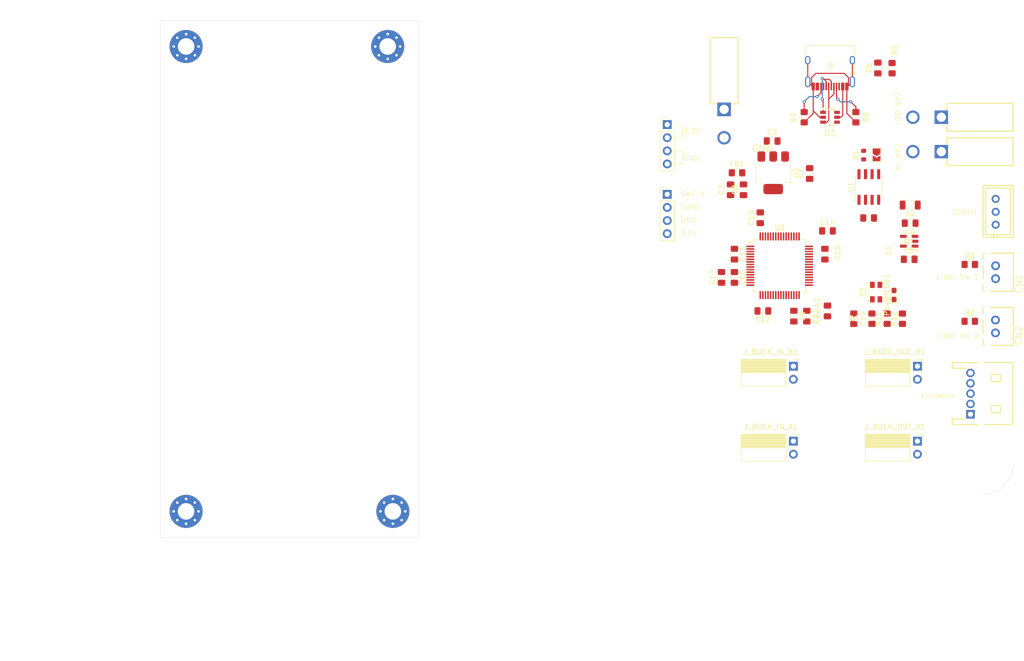
<source format=kicad_pcb>
(kicad_pcb (version 20241229) (generator "pcbnew") (generator_version "9.0")
  (layers (0 "F.Cu" signal) (4 "In1.Cu" signal) (6 "In2.Cu" signal) (2 "B.Cu" signal) (13 "F.Paste" user) (15 "B.Paste" user) (5 "F.SilkS" user "F.Silkscreen") (7 "B.SilkS" user "B.Silkscreen") (1 "F.Mask" user) (3 "B.Mask" user) (25 "Edge.Cuts" user))
  (net 0 "")
  (net 1 "VCC")
  (net 2 "GND")
  (net 3 "+3.3V")
  (net 4 "Servo_VCC")
  (net 5 "Net-(C6-Pad2)")
  (net 6 "/MCU/NRST")
  (net 7 "Net-(U3-VCAP_1)")
  (net 8 "Net-(U3-VCAP_2)")
  (net 9 "Limit_Switch_A")
  (net 10 "Limit_Switch_B")
  (net 11 "/MCU/D-")
  (net 12 "Net-(J1-CC1)")
  (net 13 "+5V")
  (net 14 "Net-(J1-CC2)")
  (net 15 "/MCU/D+")
  (net 18 "Net-(JP1-A)")
  (net 19 "/CANL")
  (net 20 "Current_Sensor_Output")
  (net 21 "/CANH")
  (net 22 "/MCU/BOOT0")
  (net 23 "CAN_R")
  (net 24 "CAN_RS")
  (net 26 "CAN_D")
  (net 39 "/MCU/UART_DEBUG_RX")
  (net 40 "ENCODER_B")
  (net 44 "/MCU/UART_DEBUG_TX")
  (net 54 "ENCODER_A")
  (net 62 "/VBAT")
  (net 63 "Servo_Signal")
  (net 64 "/MCU/pb3")
  (net 65 "/MCU/pb0")
  (net 66 "/MCU/pb4")
  (net 67 "/MCU/pb2")
  (net 68 "/MCU/pb1")
  (net 70 "Net-(D3-DIN)")
  (net 71 "Net-(PowerLED1-A)")
  (net 72 "/MCU/RGB_DATA")
  (net 75 "/MCU/SWDIO")
  (net 77 "/MCU/SWCLK")
  (footprint "Capacitor_SMD:C_0805_2012Metric_Pad1.18x1.45mm_HandSolder" (layer "F.Cu") (at 244.575 81.2 -90)
    (property "Reference" "C10" (at -0.261252 -2.5 90) (layer "F.SilkS"))
    (property "Value" "2.2u" (hide yes))
    (pad "1" smd roundrect (at -1.0375 0 270) (size 1.175 1.45) (layers "F.Cu" "F.Mask" "F.Paste") (roundrect_rratio 0.212766) (net 8 "Net-(U3-VCAP_2)"))
    (pad "2" smd roundrect (at 1.0375 0 270) (size 1.175 1.45) (layers "F.Cu" "F.Mask" "F.Paste") (roundrect_rratio 0.212766) (net 2 "GND"))
  )
  (footprint "Capacitor_SMD:C_0805_2012Metric_Pad1.18x1.45mm_HandSolder" (layer "F.Cu") (at 245.075 76.7)
    (property "Reference" "C14" (at 0 -1.68 0) (layer "F.SilkS"))
    (property "Value" "100nf")
    (pad "1" smd roundrect (at -1.0375 0) (size 1.175 1.45) (layers "F.Cu" "F.Mask" "F.Paste") (roundrect_rratio 0.212766) (net 3 "+3.3V"))
    (pad "2" smd roundrect (at 1.0375 0) (size 1.175 1.45) (layers "F.Cu" "F.Mask" "F.Paste") (roundrect_rratio 0.212766) (net 2 "GND"))
  )
  (footprint "Capacitor_SMD:C_0805_2012Metric_Pad1.18x1.45mm_HandSolder" (layer "F.Cu") (at 260.8875 82.2)
    (property "Reference" "C5" (at 0 -1.68 0) (layer "F.SilkS"))
    (property "Value" "100nF")
    (pad "1" smd roundrect (at -1.0375 0) (size 1.175 1.45) (layers "F.Cu" "F.Mask" "F.Paste") (roundrect_rratio 0.212766) (net 3 "+3.3V"))
    (pad "2" smd roundrect (at 1.0375 0) (size 1.175 1.45) (layers "F.Cu" "F.Mask" "F.Paste") (roundrect_rratio 0.212766) (net 2 "GND"))
  )
  (footprint "Resistor_SMD:R_0805_2012Metric_Pad1.20x1.40mm_HandSolder" (layer "F.Cu") (at 250.175 93.7 90)
    (property "Reference" "R6" (at 0 0 0) (layer "F.SilkS"))
    (property "Value" "100k" (hide yes))
    (pad "1" smd roundrect (at -1 0 90) (size 1.2 1.4) (layers "F.Cu" "F.Mask" "F.Paste") (roundrect_rratio 0.208333) (net 2 "GND"))
    (pad "2" smd roundrect (at 1 0 90) (size 1.2 1.4) (layers "F.Cu" "F.Mask" "F.Paste") (roundrect_rratio 0.208333) (net 22 "/MCU/BOOT0"))
  )
  (footprint "Resistor_SMD:R_0603_1608Metric" (layer "F.Cu") (at 252.075 62.025 90)
    (property "Reference" "R1" (at 0 -1.43 90) (layer "F.SilkS"))
    (property "Value" "120R" (hide yes))
    (pad "1" smd roundrect (at -0.825 0 90) (size 0.8 0.95) (layers "F.Cu" "F.Mask" "F.Paste") (net 21 "/CANH"))
    (pad "2" smd roundrect (at 0.825 0 90) (size 0.8 0.95) (layers "F.Cu" "F.Mask" "F.Paste") (net 18 "Net-(JP1-A)"))
  )
  (footprint "Resistor_SMD:R_0805_2012Metric_Pad1.20x1.40mm_HandSolder" (layer "F.Cu") (at 272.5985 94.2)
    (property "Reference" "R2" (at 0 -1.65 0) (layer "F.SilkS"))
    (property "Value" "10K" (hide yes))
    (pad "1" smd roundrect (at -1 0) (size 1.2 1.4) (layers "F.Cu" "F.Mask" "F.Paste") (roundrect_rratio 0.208333) (net 2 "GND"))
    (pad "2" smd roundrect (at 1 0) (size 1.2 1.4) (layers "F.Cu" "F.Mask" "F.Paste") (roundrect_rratio 0.208333) (net 10 "Limit_Switch_B"))
  )
  (footprint "Connector_PinHeader_2.54mm:PinHeader_1x04_P2.54mm_Vertical" (layer "F.Cu") (at 214.075 56.12)
    (property "Reference" "J2" (hide yes))
    (property "Value" "Conn_01x04_Pin" (hide yes))
    (pad "1" thru_hole rect (at 0 0) (size 1.7 1.7) (drill 1) (layers "*.Cu" "*.Mask") (net 3 "+3.3V"))
    (pad "2" thru_hole circle (at 0 2.54) (size 1.7 1.7) (drill 1) (layers "*.Cu" "*.Mask") (net 3 "+3.3V"))
    (pad "3" thru_hole circle (at 0 5.08) (size 1.7 1.7) (drill 1) (layers "*.Cu" "*.Mask") (net 2 "GND"))
    (pad "4" thru_hole circle (at 0 7.62) (size 1.7 1.7) (drill 1) (layers "*.Cu" "*.Mask") (net 2 "GND"))
  )
  (footprint "Resistor_SMD:R_1206_3216Metric" (layer "F.Cu") (at 261.075 71.7 180)
    (property "Reference" "R4" (at 0 -1.83 0) (layer "F.SilkS"))
    (property "Value" "0.015Ohm" (hide yes))
    (pad "1" smd roundrect (at -1.4625 0 180) (size 1.125 1.75) (layers "F.Cu" "F.Mask" "F.Paste") (roundrect_rratio 0.222222) (net 13 "+5V"))
    (pad "2" smd roundrect (at 1.4625 0 180) (size 1.125 1.75) (layers "F.Cu" "F.Mask" "F.Paste") (roundrect_rratio 0.222222) (net 4 "Servo_VCC"))
  )
  (footprint "Capacitor_SMD:C_0805_2012Metric_Pad1.18x1.45mm_HandSolder" (layer "F.Cu") (at 228.825 68.7375 90)
    (property "Reference" "C8" (at 0 -1.68 90) (layer "F.SilkS"))
    (property "Value" "100nf" (hide yes))
    (pad "1" smd roundrect (at -1.0375 0 90) (size 1.175 1.45) (layers "F.Cu" "F.Mask" "F.Paste") (roundrect_rratio 0.212766) (net 2 "GND"))
    (pad "2" smd roundrect (at 1.0375 0 90) (size 1.175 1.45) (layers "F.Cu" "F.Mask" "F.Paste") (roundrect_rratio 0.212766) (net 3 "+3.3V"))
  )
  (footprint "Resistor_SMD:R_0805_2012Metric_Pad1.20x1.40mm_HandSolder" (layer "F.Cu") (at 240.575 54.7 -90)
    (property "Reference" "R7" (at 0 2 90) (layer "F.SilkS"))
    (property "Value" "5.1k" (hide yes))
    (pad "1" smd roundrect (at -1 0 270) (size 1.2 1.4) (layers "F.Cu" "F.Mask" "F.Paste") (roundrect_rratio 0.208333) (net 14 "Net-(J1-CC2)"))
    (pad "2" smd roundrect (at 1 0 270) (size 1.2 1.4) (layers "F.Cu" "F.Mask" "F.Paste") (roundrect_rratio 0.208333) (net 2 "GND"))
  )
  (footprint "custom footprints:MOLEX 26013114" (layer "F.Cu") (at 264.34905 54.70005 90)
    (property "Reference" "CN8" (hide yes))
    (property "Value" "MOLEX_CAN_OUT" (hide yes))
    (pad "" np_thru_hole circle (at 0 10.05 90) (size 3 3) (drill 3) (layers "*.Cu" "*.Mask"))
    (pad "1" thru_hole rect (at 0 2.7501 90) (size 2.6 2.6) (drill 1.8) (layers "*.Cu" "*.Mask") (net 21 "/CANH"))
    (pad "2" thru_hole oval (at 0 -2.7501 90) (size 2.6 2.6) (drill 1.8) (layers "*.Cu" "*.Mask") (net 19 "/CANL"))
  )
  (footprint "Capacitor_SMD:C_0805_2012Metric_Pad1.18x1.45mm_HandSolder" (layer "F.Cu") (at 261.075 75.2 180)
    (property "Reference" "C4" (at 0 -1.68 0) (layer "F.SilkS"))
    (property "Value" "100nF")
    (pad "1" smd roundrect (at -1.0375 0 180) (size 1.175 1.45) (layers "F.Cu" "F.Mask" "F.Paste") (roundrect_rratio 0.212766) (net 13 "+5V"))
    (pad "2" smd roundrect (at 1.0375 0 180) (size 1.175 1.45) (layers "F.Cu" "F.Mask" "F.Paste") (roundrect_rratio 0.212766) (net 4 "Servo_VCC"))
  )
  (footprint "MountingHole:MountingHole_3.2mm_M3_Pad_Via" (layer "F.Cu") (at 160 41)
    (property "Reference" "REF**" (hide yes))
    (property "Value" "MountingHole_3.2mm_M3_Pad_Via")
    (pad "1" thru_hole circle (at -2.4 0) (size 0.8 0.8) (drill 0.5) (layers "*.Cu" "*.Mask"))
    (pad "1" thru_hole circle (at -1.697056 -1.697056) (size 0.8 0.8) (drill 0.5) (layers "*.Cu" "*.Mask"))
    (pad "1" thru_hole circle (at -1.697056 1.697056) (size 0.8 0.8) (drill 0.5) (layers "*.Cu" "*.Mask"))
    (pad "1" thru_hole circle (at 0 -2.4) (size 0.8 0.8) (drill 0.5) (layers "*.Cu" "*.Mask"))
    (pad "1" thru_hole circle (at 0 0) (size 6.4 6.4) (drill 3.2) (layers "*.Cu" "*.Mask"))
    (pad "1" thru_hole circle (at 0 2.4) (size 0.8 0.8) (drill 0.5) (layers "*.Cu" "*.Mask"))
    (pad "1" thru_hole circle (at 1.697056 -1.697056) (size 0.8 0.8) (drill 0.5) (layers "*.Cu" "*.Mask"))
    (pad "1" thru_hole circle (at 1.697056 1.697056) (size 0.8 0.8) (drill 0.5) (layers "*.Cu" "*.Mask"))
    (pad "1" thru_hole circle (at 2.4 0) (size 0.8 0.8) (drill 0.5) (layers "*.Cu" "*.Mask"))
  )
  (footprint "Resistor_SMD:R_0805_2012Metric_Pad1.20x1.40mm_HandSolder" (layer "F.Cu") (at 272.5985 83.2)
    (property "Reference" "R3" (at 0 -1.65 0) (layer "F.SilkS"))
    (property "Value" "10K" (hide yes))
    (pad "1" smd roundrect (at -1 0) (size 1.2 1.4) (layers "F.Cu" "F.Mask" "F.Paste") (roundrect_rratio 0.208333) (net 2 "GND"))
    (pad "2" smd roundrect (at 1 0) (size 1.2 1.4) (layers "F.Cu" "F.Mask" "F.Paste") (roundrect_rratio 0.208333) (net 9 "Limit_Switch_A"))
  )
  (footprint "Package_QFP:LQFP-64_10x10mm_P0.5mm" (layer "F.Cu") (at 235.825 83.45)
    (property "Reference" "U3" (at 0 -7.4 0) (layer "F.SilkS"))
    (property "Value" "STM32F405RGTx")
    (pad "1" smd roundrect (at -5.675 -3.75) (size 1.55 0.3) (layers "F.Cu" "F.Mask" "F.Paste") (net 3 "+3.3V"))
    (pad "2" smd roundrect (at -5.675 -3.25) (size 1.55 0.3) (layers "F.Cu" "F.Mask" "F.Paste"))
    (pad "3" smd roundrect (at -5.675 -2.75) (size 1.55 0.3) (layers "F.Cu" "F.Mask" "F.Paste"))
    (pad "4" smd roundrect (at -5.675 -2.25) (size 1.55 0.3) (layers "F.Cu" "F.Mask" "F.Paste"))
    (pad "5" smd roundrect (at -5.675 -1.75) (size 1.55 0.3) (layers "F.Cu" "F.Mask" "F.Paste"))
    (pad "6" smd roundrect (at -5.675 -1.25) (size 1.55 0.3) (layers "F.Cu" "F.Mask" "F.Paste"))
    (pad "7" smd roundrect (at -5.675 -0.75) (size 1.55 0.3) (layers "F.Cu" "F.Mask" "F.Paste") (net 6 "/MCU/NRST"))
    (pad "8" smd roundrect (at -5.675 -0.25) (size 1.55 0.3) (layers "F.Cu" "F.Mask" "F.Paste"))
    (pad "9" smd roundrect (at -5.675 0.25) (size 1.55 0.3) (layers "F.Cu" "F.Mask" "F.Paste"))
    (pad "10" smd roundrect (at -5.675 0.75) (size 1.55 0.3) (layers "F.Cu" "F.Mask" "F.Paste"))
    (pad "11" smd roundrect (at -5.675 1.25) (size 1.55 0.3) (layers "F.Cu" "F.Mask" "F.Paste"))
    (pad "12" smd roundrect (at -5.675 1.75) (size 1.55 0.3) (layers "F.Cu" "F.Mask" "F.Paste") (net 2 "GND"))
    (pad "13" smd roundrect (at -5.675 2.25) (size 1.55 0.3) (layers "F.Cu" "F.Mask" "F.Paste") (net 3 "+3.3V"))
    (pad "14" smd roundrect (at -5.675 2.75) (size 1.55 0.3) (layers "F.Cu" "F.Mask" "F.Paste") (net 54 "ENCODER_A"))
    (pad "15" smd roundrect (at -5.675 3.25) (size 1.55 0.3) (layers "F.Cu" "F.Mask" "F.Paste") (net 40 "ENCODER_B"))
    (pad "16" smd roundrect (at -5.675 3.75) (size 1.55 0.3) (layers "F.Cu" "F.Mask" "F.Paste"))
    (pad "17" smd roundrect (at -3.75 5.675) (size 0.3 1.55) (layers "F.Cu" "F.Mask" "F.Paste") (net 20 "Current_Sensor_Output"))
    (pad "18" smd roundrect (at -3.25 5.675) (size 0.3 1.55) (layers "F.Cu" "F.Mask" "F.Paste") (net 2 "GND"))
    (pad "19" smd roundrect (at -2.75 5.675) (size 0.3 1.55) (layers "F.Cu" "F.Mask" "F.Paste") (net 3 "+3.3V"))
    (pad "20" smd roundrect (at -2.25 5.675) (size 0.3 1.55) (layers "F.Cu" "F.Mask" "F.Paste"))
    (pad "21" smd roundrect (at -1.75 5.675) (size 0.3 1.55) (layers "F.Cu" "F.Mask" "F.Paste") (net 24 "CAN_RS"))
    (pad "22" smd roundrect (at -1.25 5.675) (size 0.3 1.55) (layers "F.Cu" "F.Mask" "F.Paste"))
    (pad "23" smd roundrect (at -0.75 5.675) (size 0.3 1.55) (layers "F.Cu" "F.Mask" "F.Paste") (net 63 "Servo_Signal"))
    (pad "24" smd roundrect (at -0.25 5.675) (size 0.3 1.55) (layers "F.Cu" "F.Mask" "F.Paste") (net 72 "/MCU/RGB_DATA"))
    (pad "25" smd roundrect (at 0.25 5.675) (size 0.3 1.55) (layers "F.Cu" "F.Mask" "F.Paste"))
    (pad "26" smd roundrect (at 0.75 5.675) (size 0.3 1.55) (layers "F.Cu" "F.Mask" "F.Paste") (net 65 "/MCU/pb0"))
    (pad "27" smd roundrect (at 1.25 5.675) (size 0.3 1.55) (layers "F.Cu" "F.Mask" "F.Paste") (net 68 "/MCU/pb1"))
    (pad "28" smd roundrect (at 1.75 5.675) (size 0.3 1.55) (layers "F.Cu" "F.Mask" "F.Paste") (net 67 "/MCU/pb2"))
    (pad "29" smd roundrect (at 2.25 5.675) (size 0.3 1.55) (layers "F.Cu" "F.Mask" "F.Paste"))
    (pad "30" smd roundrect (at 2.75 5.675) (size 0.3 1.55) (layers "F.Cu" "F.Mask" "F.Paste"))
    (pad "31" smd roundrect (at 3.25 5.675) (size 0.3 1.55) (layers "F.Cu" "F.Mask" "F.Paste") (net 7 "Net-(U3-VCAP_1)"))
    (pad "32" smd roundrect (at 3.75 5.675) (size 0.3 1.55) (layers "F.Cu" "F.Mask" "F.Paste") (net 3 "+3.3V"))
    (pad "33" smd roundrect (at 5.675 3.75) (size 1.55 0.3) (layers "F.Cu" "F.Mask" "F.Paste") (net 23 "CAN_R"))
    (pad "34" smd roundrect (at 5.675 3.25) (size 1.55 0.3) (layers "F.Cu" "F.Mask" "F.Paste") (net 26 "CAN_D"))
    (pad "35" smd roundrect (at 5.675 2.75) (size 1.55 0.3) (layers "F.Cu" "F.Mask" "F.Paste"))
    (pad "36" smd roundrect (at 5.675 2.25) (size 1.55 0.3) (layers "F.Cu" "F.Mask" "F.Paste"))
    (pad "37" smd roundrect (at 5.675 1.75) (size 1.55 0.3) (layers "F.Cu" "F.Mask" "F.Paste"))
    (pad "38" smd roundrect (at 5.675 1.25) (size 1.55 0.3) (layers "F.Cu" "F.Mask" "F.Paste"))
    (pad "39" smd roundrect (at 5.675 0.75) (size 1.55 0.3) (layers "F.Cu" "F.Mask" "F.Paste"))
    (pad "40" smd roundrect (at 5.675 0.25) (size 1.55 0.3) (layers "F.Cu" "F.Mask" "F.Paste"))
    (pad "41" smd roundrect (at 5.675 -0.25) (size 1.55 0.3) (layers "F.Cu" "F.Mask" "F.Paste"))
    (pad "42" smd roundrect (at 5.675 -0.75) (size 1.55 0.3) (layers "F.Cu" "F.Mask" "F.Paste"))
    (pad "43" smd roundrect (at 5.675 -1.25) (size 1.55 0.3) (layers "F.Cu" "F.Mask" "F.Paste") (net 13 "+5V"))
    (pad "44" smd roundrect (at 5.675 -1.75) (size 1.55 0.3) (layers "F.Cu" "F.Mask" "F.Paste") (net 11 "/MCU/D-"))
    (pad "45" smd roundrect (at 5.675 -2.25) (size 1.55 0.3) (layers "F.Cu" "F.Mask" "F.Paste") (net 15 "/MCU/D+"))
    (pad "46" smd roundrect (at 5.675 -2.75) (size 1.55 0.3) (layers "F.Cu" "F.Mask" "F.Paste") (net 75 "/MCU/SWDIO"))
    (pad "47" smd roundrect (at 5.675 -3.25) (size 1.55 0.3) (layers "F.Cu" "F.Mask" "F.Paste") (net 8 "Net-(U3-VCAP_2)"))
    (pad "48" smd roundrect (at 5.675 -3.75) (size 1.55 0.3) (layers "F.Cu" "F.Mask" "F.Paste") (net 3 "+3.3V"))
    (pad "49" smd roundrect (at 3.75 -5.675) (size 0.3 1.55) (layers "F.Cu" "F.Mask" "F.Paste") (net 77 "/MCU/SWCLK"))
    (pad "50" smd roundrect (at 3.25 -5.675) (size 0.3 1.55) (layers "F.Cu" "F.Mask" "F.Paste"))
    (pad "51" smd roundrect (at 2.75 -5.675) (size 0.3 1.55) (layers "F.Cu" "F.Mask" "F.Paste"))
    (pad "52" smd roundrect (at 2.25 -5.675) (size 0.3 1.55) (layers "F.Cu" "F.Mask" "F.Paste"))
    (pad "53" smd roundrect (at 1.75 -5.675) (size 0.3 1.55) (layers "F.Cu" "F.Mask" "F.Paste") (net 44 "/MCU/UART_DEBUG_TX"))
    (pad "54" smd roundrect (at 1.25 -5.675) (size 0.3 1.55) (layers "F.Cu" "F.Mask" "F.Paste") (net 39 "/MCU/UART_DEBUG_RX"))
    (pad "55" smd roundrect (at 0.75 -5.675) (size 0.3 1.55) (layers "F.Cu" "F.Mask" "F.Paste") (net 64 "/MCU/pb3"))
    (pad "56" smd roundrect (at 0.25 -5.675) (size 0.3 1.55) (layers "F.Cu" "F.Mask" "F.Paste") (net 66 "/MCU/pb4"))
    (pad "57" smd roundrect (at -0.25 -5.675) (size 0.3 1.55) (layers "F.Cu" "F.Mask" "F.Paste"))
    (pad "58" smd roundrect (at -0.75 -5.675) (size 0.3 1.55) (layers "F.Cu" "F.Mask" "F.Paste"))
    (pad "59" smd roundrect (at -1.25 -5.675) (size 0.3 1.55) (layers "F.Cu" "F.Mask" "F.Paste"))
    (pad "60" smd roundrect (at -1.75 -5.675) (size 0.3 1.55) (layers "F.Cu" "F.Mask" "F.Paste") (net 22 "/MCU/BOOT0"))
    (pad "61" smd roundrect (at -2.25 -5.675) (size 0.3 1.55) (layers "F.Cu" "F.Mask" "F.Paste"))
    (pad "62" smd roundrect (at -2.75 -5.675) (size 0.3 1.55) (layers "F.Cu" "F.Mask" "F.Paste"))
    (pad "63" smd roundrect (at -3.25 -5.675) (size 0.3 1.55) (layers "F.Cu" "F.Mask" "F.Paste") (net 2 "GND"))
    (pad "64" smd roundrect (at -3.75 -5.675) (size 0.3 1.55) (layers "F.Cu" "F.Mask" "F.Paste") (net 3 "+3.3V"))
  )
  (footprint "Resistor_SMD:R_0805_2012Metric_Pad1.20x1.40mm_HandSolder" (layer "F.Cu") (at 253.675 93.7 90)
    (property "Reference" "C19" (at 0 -1.65 90) (layer "F.SilkS"))
    (property "Value" "100nf")
    (pad "1" smd roundrect (at -1 0 90) (size 1.2 1.4) (layers "F.Cu" "F.Mask" "F.Paste") (roundrect_rratio 0.208333) (net 2 "GND"))
    (pad "2" smd roundrect (at 1 0 90) (size 1.2 1.4) (layers "F.Cu" "F.Mask" "F.Paste") (roundrect_rratio 0.208333) (net 13 "+5V"))
  )
  (footprint "Capacitor_SMD:C_0805_2012Metric_Pad1.18x1.45mm_HandSolder" (layer "F.Cu") (at 226.325 68.7375 90)
    (property "Reference" "C7" (at 0 -1.68 90) (layer "F.SilkS"))
    (property "Value" "1u" (hide yes))
    (pad "1" smd roundrect (at -1.0375 0 90) (size 1.175 1.45) (layers "F.Cu" "F.Mask" "F.Paste") (roundrect_rratio 0.212766) (net 2 "GND"))
    (pad "2" smd roundrect (at 1.0375 0 90) (size 1.175 1.45) (layers "F.Cu" "F.Mask" "F.Paste") (roundrect_rratio 0.212766) (net 3 "+3.3V"))
  )
  (footprint "Capacitor_SMD:C_0805_2012Metric_Pad1.18x1.45mm_HandSolder" (layer "F.Cu") (at 241.625 65.5875 90)
    (property "Reference" "C2" (at 0 -1.68 90) (layer "F.SilkS"))
    (property "Value" "100nF")
    (pad "1" smd roundrect (at -1.0375 0 90) (size 1.175 1.45) (layers "F.Cu" "F.Mask" "F.Paste") (roundrect_rratio 0.212766) (net 3 "+3.3V"))
    (pad "2" smd roundrect (at 1.0375 0 90) (size 1.175 1.45) (layers "F.Cu" "F.Mask" "F.Paste") (roundrect_rratio 0.212766) (net 2 "GND"))
  )
  (footprint "custom footprints:JST B2B-XH-A(LF)(SN)" (layer "F.Cu") (at 277.575 95.2 -90)
    (property "Reference" "CN2" (at 1.7499 -4.5 90) (layer "F.SilkS") (effects (font (size 1.27 1.27))))
    (property "Value" "Limit Switch Connector 2" (hide yes))
    (pad "1" thru_hole oval (at 1.2499 0 90) (size 1.7 1.7) (drill 1) (layers "*.Cu" "*.Mask") (net 3 "+3.3V"))
    (pad "2" thru_hole oval (at -1.2499 0 90) (size 1.7 1.7) (drill 1) (layers "*.Cu" "*.Mask") (net 10 "Limit_Switch_B"))
  )
  (footprint "Capacitor_SMD:C_0805_2012Metric_Pad1.18x1.45mm_HandSolder" (layer "F.Cu") (at 227.075 85.7 90)
    (property "Reference" "C16" (at -0.0375 1.5 90) (layer "F.SilkS"))
    (property "Value" "1u")
    (pad "1" smd roundrect (at -1.0375 0 90) (size 1.175 1.45) (layers "F.Cu" "F.Mask" "F.Paste") (roundrect_rratio 0.212766) (net 3 "+3.3V"))
    (pad "2" smd roundrect (at 1.0375 0 90) (size 1.175 1.45) (layers "F.Cu" "F.Mask" "F.Paste") (roundrect_rratio 0.212766) (net 2 "GND"))
  )
  (footprint "custom footprints:CONN-TH_3P-P2.50_A2501WV2-3P" (layer "F.Cu") (at 277.6159 73.0066 90)
    (property "Reference" "CN5" (hide yes))
    (property "Value" "XY-B3B-XH-A")
    (pad "1" thru_hole oval (at -2.5 0 270) (size 1.55 1.55) (drill 0.9) (layers "*.Cu" "*.Mask") (net 2 "GND"))
    (pad "2" thru_hole oval (at 0.0001 0 270) (size 1.55 1.55) (drill 0.9) (layers "*.Cu" "*.Mask") (net 4 "Servo_VCC"))
    (pad "3" thru_hole oval (at 2.5 0 270) (size 1.55 1.55) (drill 0.9) (layers "*.Cu" "*.Mask") (net 63 "Servo_Signal"))
  )
  (footprint "Capacitor_SMD:C_0805_2012Metric_Pad1.18x1.45mm_HandSolder" (layer "F.Cu") (at 253.0375 74.2 180)
    (property "Reference" "C1" (at -3.78 -6.3125 90) (layer "F.SilkS"))
    (property "Value" "100nF")
    (pad "1" smd roundrect (at -1.0375 0 180) (size 1.175 1.45) (layers "F.Cu" "F.Mask" "F.Paste") (roundrect_rratio 0.212766) (net 3 "+3.3V"))
    (pad "2" smd roundrect (at 1.0375 0 180) (size 1.175 1.45) (layers "F.Cu" "F.Mask" "F.Paste") (roundrect_rratio 0.212766) (net 2 "GND"))
  )
  (footprint "custom footprints:CONN-TH_S05B-PASK-2-LF-SN" (layer "F.Cu") (at 272.74005 108.2001 90)
    (property "Reference" "CN3" (hide yes))
    (property "Value" "Encoder Connector" (hide yes))
    (pad "" np_thru_hole circle (at -5.4999 2.1001 90) (size 1.2 1.2) (drill 1.2) (layers "*.Cu" "*.Mask"))
    (pad "" np_thru_hole circle (at 5.5001 2.1001 90) (size 1.2 1.2) (drill 1.2) (layers "*.Cu" "*.Mask"))
    (pad "1" thru_hole rect (at -4 0 270) (size 1.65 1.65) (drill 1) (layers "*.Cu" "*.Mask") (net 3 "+3.3V"))
    (pad "2" thru_hole oval (at -2 0 270) (size 1.65 1.65) (drill 1) (layers "*.Cu" "*.Mask") (net 2 "GND"))
    (pad "3" thru_hole oval (at 0 0 270) (size 1.65 1.65) (drill 1) (layers "*.Cu" "*.Mask") (net 54 "ENCODER_A"))
    (pad "4" thru_hole oval (at 2 0 270) (size 1.65 1.65) (drill 1) (layers "*.Cu" "*.Mask") (net 40 "ENCODER_B"))
    (pad "5" thru_hole oval (at 4 0 270) (size 1.65 1.65) (drill 1) (layers "*.Cu" "*.Mask"))
  )
  (footprint "custom footprints:MOLEX 26013114" (layer "F.Cu") (at 225.07505 55.92595 180)
    (property "Reference" "CN6" (at -7.29995 -4.7601 0) (layer "F.SilkS") (effects (font (size 1.27 1.27))))
    (property "Value" "MOLEX_26013114")
    (pad "" np_thru_hole circle (at 0 10.05 180) (size 3 3) (drill 3) (layers "*.Cu" "*.Mask"))
    (pad "1" thru_hole rect (at 0 2.7501 180) (size 2.6 2.6) (drill 1.8) (layers "*.Cu" "*.Mask") (net 2 "GND"))
    (pad "2" thru_hole oval (at 0 -2.7501 180) (size 2.6 2.6) (drill 1.8) (layers "*.Cu" "*.Mask") (net 1 "VCC"))
  )
  (footprint "Capacitor_SMD:C_0805_2012Metric_Pad1.18x1.45mm_HandSolder" (layer "F.Cu") (at 232.075 74.1625 90)
    (property "Reference" "C15" (at 0 -1.68 90) (layer "F.SilkS"))
    (property "Value" "100nf" (hide yes))
    (pad "1" smd roundrect (at -1.0375 0 90) (size 1.175 1.45) (layers "F.Cu" "F.Mask" "F.Paste") (roundrect_rratio 0.212766) (net 3 "+3.3V"))
    (pad "2" smd roundrect (at 1.0375 0 90) (size 1.175 1.45) (layers "F.Cu" "F.Mask" "F.Paste") (roundrect_rratio 0.212766) (net 2 "GND"))
  )
  (footprint "MountingHole:MountingHole_3.2mm_M3_Pad_Via" (layer "F.Cu") (at 121 41)
    (property "Reference" "REF**" (hide yes))
    (property "Value" "MountingHole_3.2mm_M3_Pad_Via")
    (pad "1" thru_hole circle (at -2.4 0) (size 0.8 0.8) (drill 0.5) (layers "*.Cu" "*.Mask"))
    (pad "1" thru_hole circle (at -1.697056 -1.697056) (size 0.8 0.8) (drill 0.5) (layers "*.Cu" "*.Mask"))
    (pad "1" thru_hole circle (at -1.697056 1.697056) (size 0.8 0.8) (drill 0.5) (layers "*.Cu" "*.Mask"))
    (pad "1" thru_hole circle (at 0 -2.4) (size 0.8 0.8) (drill 0.5) (layers "*.Cu" "*.Mask"))
    (pad "1" thru_hole circle (at 0 0) (size 6.4 6.4) (drill 3.2) (layers "*.Cu" "*.Mask"))
    (pad "1" thru_hole circle (at 0 2.4) (size 0.8 0.8) (drill 0.5) (layers "*.Cu" "*.Mask"))
    (pad "1" thru_hole circle (at 1.697056 -1.697056) (size 0.8 0.8) (drill 0.5) (layers "*.Cu" "*.Mask"))
    (pad "1" thru_hole circle (at 1.697056 1.697056) (size 0.8 0.8) (drill 0.5) (layers "*.Cu" "*.Mask"))
    (pad "1" thru_hole circle (at 2.4 0) (size 0.8 0.8) (drill 0.5) (layers "*.Cu" "*.Mask"))
  )
  (footprint "Capacitor_SMD:C_0805_2012Metric_Pad1.18x1.45mm_HandSolder" (layer "F.Cu") (at 241.075 93.2 -90)
    (property "Reference" "C11" (at 0 -1.68 90) (layer "F.SilkS"))
    (property "Value" "100nf" (hide yes))
    (pad "1" smd roundrect (at -1.0375 0 270) (size 1.175 1.45) (layers "F.Cu" "F.Mask" "F.Paste") (roundrect_rratio 0.212766) (net 3 "+3.3V"))
    (pad "2" smd roundrect (at 1.0375 0 270) (size 1.175 1.45) (layers "F.Cu" "F.Mask" "F.Paste") (roundrect_rratio 0.212766) (net 2 "GND"))
  )
  (footprint "Capacitor_SMD:C_0805_2012Metric_Pad1.18x1.45mm_HandSolder" (layer "F.Cu") (at 224.575 85.7 90)
    (property "Reference" "C17" (at 0 -1.68 90) (layer "F.SilkS"))
    (property "Value" "100nf" (hide yes))
    (pad "1" smd roundrect (at -1.0375 0 90) (size 1.175 1.45) (layers "F.Cu" "F.Mask" "F.Paste") (roundrect_rratio 0.212766) (net 3 "+3.3V"))
    (pad "2" smd roundrect (at 1.0375 0 90) (size 1.175 1.45) (layers "F.Cu" "F.Mask" "F.Paste") (roundrect_rratio 0.212766) (net 2 "GND"))
  )
  (footprint "Connector_PinSocket_2.54mm:PinSocket_1x02_P2.54mm_Horizontal" (layer "F.Cu") (at 262.475 117.4)
    (property "Reference" "J_BUCK_OUT_A1" (at -4.38 -2.77 0) (layer "F.SilkS"))
    (property "Value" "~")
    (pad "1" thru_hole rect (at 0 0) (size 1.7 1.7) (drill 1) (layers "*.Cu" "*.Mask") (net 13 "+5V"))
    (pad "2" thru_hole circle (at 0 2.54) (size 1.7 1.7) (drill 1) (layers "*.Cu" "*.Mask") (net 2 "GND"))
  )
  (footprint "Jumper:SolderJumper-2_P1.3mm_Open_TrianglePad1.0x1.5mm" (layer "F.Cu") (at 254.575 61.975 -90)
    (property "Reference" "JP1" (hide yes))
    (property "Value" "SolderJumper_2_Open" (hide yes))
    (pad "1" smd custom (at -0.725 0 270) (size 0.3 0.3) (layers "F.Cu" "F.Mask") (net 18 "Net-(JP1-A)") (options (clearance outline) (anchor rect)) (primitives (gr_poly (pts (xy 1 0) (xy 0.5 0.75) (xy -0.5 0.75) (xy -0.5 -0.75) (xy 0.5 -0.75)) (width 0) (fill yes))))
    (pad "2" smd custom (at 0.725 0 270) (size 0.3 0.3) (layers "F.Cu" "F.Mask") (net 19 "/CANL") (options (clearance outline) (anchor rect)) (primitives (gr_poly (pts (xy 0.5 0.75) (xy -0.65 0.75) (xy -0.15 0) (xy -0.65 -0.75) (xy 0.5 -0.75)) (width 0) (fill yes))))
  )
  (footprint "MountingHole:MountingHole_3.2mm_M3_Pad_Via" (layer "F.Cu") (at 161 131)
    (property "Reference" "REF**" (hide yes))
    (property "Value" "MountingHole_3.2mm_M3_Pad_Via")
    (pad "1" thru_hole circle (at -2.4 0) (size 0.8 0.8) (drill 0.5) (layers "*.Cu" "*.Mask"))
    (pad "1" thru_hole circle (at -1.697056 -1.697056) (size 0.8 0.8) (drill 0.5) (layers "*.Cu" "*.Mask"))
    (pad "1" thru_hole circle (at -1.697056 1.697056) (size 0.8 0.8) (drill 0.5) (layers "*.Cu" "*.Mask"))
    (pad "1" thru_hole circle (at 0 -2.4) (size 0.8 0.8) (drill 0.5) (layers "*.Cu" "*.Mask"))
    (pad "1" thru_hole circle (at 0 0) (size 6.4 6.4) (drill 3.2) (layers "*.Cu" "*.Mask"))
    (pad "1" thru_hole circle (at 0 2.4) (size 0.8 0.8) (drill 0.5) (layers "*.Cu" "*.Mask"))
    (pad "1" thru_hole circle (at 1.697056 -1.697056) (size 0.8 0.8) (drill 0.5) (layers "*.Cu" "*.Mask"))
    (pad "1" thru_hole circle (at 1.697056 1.697056) (size 0.8 0.8) (drill 0.5) (layers "*.Cu" "*.Mask"))
    (pad "1" thru_hole circle (at 2.4 0) (size 0.8 0.8) (drill 0.5) (layers "*.Cu" "*.Mask"))
  )
  (footprint "custom footprints:MOLEX 26013114" (layer "F.Cu") (at 264.34905 61.35415 90)
    (property "Reference" "CN7" (hide yes))
    (property "Value" "MOLEX_CAN_IN" (hide yes))
    (pad "" np_thru_hole circle (at 0 10.05 90) (size 3 3) (drill 3) (layers "*.Cu" "*.Mask"))
    (pad "1" thru_hole rect (at 0 2.7501 90) (size 2.6 2.6) (drill 1.8) (layers "*.Cu" "*.Mask") (net 21 "/CANH"))
    (pad "2" thru_hole oval (at 0 -2.7501 90) (size 2.6 2.6) (drill 1.8) (layers "*.Cu" "*.Mask") (net 19 "/CANL"))
  )
  (footprint "Connector_PinSocket_2.54mm:PinSocket_1x02_P2.54mm_Horizontal" (layer "F.Cu") (at 262.475 102.9)
    (property "Reference" "J_BUCK_OUT_B1" (at -4.38 -2.77 0) (layer "F.SilkS"))
    (property "Value" "~")
    (pad "1" thru_hole rect (at 0 0) (size 1.7 1.7) (drill 1) (layers "*.Cu" "*.Mask") (net 13 "+5V"))
    (pad "2" thru_hole circle (at 0 2.54) (size 1.7 1.7) (drill 1) (layers "*.Cu" "*.Mask") (net 2 "GND"))
  )
  (footprint "MountingHole:MountingHole_3.2mm_M3_Pad_Via" (layer "F.Cu") (at 121 131)
    (property "Reference" "REF**" (hide yes))
    (property "Value" "MountingHole_3.2mm_M3_Pad_Via")
    (pad "1" thru_hole circle (at -2.4 0) (size 0.8 0.8) (drill 0.5) (layers "*.Cu" "*.Mask"))
    (pad "1" thru_hole circle (at -1.697056 -1.697056) (size 0.8 0.8) (drill 0.5) (layers "*.Cu" "*.Mask"))
    (pad "1" thru_hole circle (at -1.697056 1.697056) (size 0.8 0.8) (drill 0.5) (layers "*.Cu" "*.Mask"))
    (pad "1" thru_hole circle (at 0 -2.4) (size 0.8 0.8) (drill 0.5) (layers "*.Cu" "*.Mask"))
    (pad "1" thru_hole circle (at 0 0) (size 6.4 6.4) (drill 3.2) (layers "*.Cu" "*.Mask"))
    (pad "1" thru_hole circle (at 0 2.4) (size 0.8 0.8) (drill 0.5) (layers "*.Cu" "*.Mask"))
    (pad "1" thru_hole circle (at 1.697056 -1.697056) (size 0.8 0.8) (drill 0.5) (layers "*.Cu" "*.Mask"))
    (pad "1" thru_hole circle (at 1.697056 1.697056) (size 0.8 0.8) (drill 0.5) (layers "*.Cu" "*.Mask"))
    (pad "1" thru_hole circle (at 2.4 0) (size 0.8 0.8) (drill 0.5) (layers "*.Cu" "*.Mask"))
  )
  (footprint "Capacitor_SMD:C_0805_2012Metric_Pad1.18x1.45mm_HandSolder" (layer "F.Cu") (at 227.075 81.2 -90)
    (property "Reference" "C13" (at 0 -1.68 90) (layer "F.SilkS"))
    (property "Value" "100nf" (hide yes))
    (pad "1" smd roundrect (at -1.0375 0 270) (size 1.175 1.45) (layers "F.Cu" "F.Mask" "F.Paste") (roundrect_rratio 0.212766) (net 3 "+3.3V"))
    (pad "2" smd roundrect (at 1.0375 0 270) (size 1.175 1.45) (layers "F.Cu" "F.Mask" "F.Paste") (roundrect_rratio 0.212766) (net 2 "GND"))
  )
  (footprint "custom footprints:JST B2B-XH-A(LF)(SN)" (layer "F.Cu") (at 277.5985 84.6999 -90)
    (property "Reference" "CN1" (at 2.2499 -4.5 90) (layer "F.SilkS") (effects (font (size 1.27 1.27))))
    (property "Value" "Limit Switch Connector 1" (hide yes))
    (pad "1" thru_hole oval (at 1.2499 0 90) (size 1.7 1.7) (drill 1) (layers "*.Cu" "*.Mask") (net 3 "+3.3V"))
    (pad "2" thru_hole oval (at -1.2499 0 90) (size 1.7 1.7) (drill 1) (layers "*.Cu" "*.Mask") (net 9 "Limit_Switch_A"))
  )
  (footprint "LED_SMD:LED_Kingbright_AAA3528ESGCT" (layer "F.Cu") (at 254.49 88.55 90)
    (property "Reference" "D3" (at 0 -2.5 90) (layer "F.SilkS"))
    (property "Value" "NeoPixel_THT")
    (pad "1" smd rect (at -1.4 -0.725 90) (size 1.2 0.9) (layers "F.Cu" "F.Mask" "F.Paste"))
    (pad "2" smd rect (at 1.4 -0.725 90) (size 1.2 0.9) (layers "F.Cu" "F.Mask" "F.Paste") (net 2 "GND"))
    (pad "3" smd rect (at 1.4 0.725 90) (size 1.2 0.9) (layers "F.Cu" "F.Mask" "F.Paste") (net 13 "+5V"))
    (pad "4" smd rect (at -1.4 0.725 90) (size 1.2 0.9) (layers "F.Cu" "F.Mask" "F.Paste") (net 70 "Net-(D3-DIN)"))
  )
  (footprint "Connector_PinHeader_2.54mm:PinHeader_1x04_P2.54mm_Vertical" (layer "F.Cu") (at 214.075 69.62)
    (property "Reference" "J4" (hide yes))
    (property "Value" "Conn_01x04_Pin" (hide yes))
    (pad "1" thru_hole rect (at 0 0) (size 1.7 1.7) (drill 1) (layers "*.Cu" "*.Mask") (net 77 "/MCU/SWCLK"))
    (pad "2" thru_hole circle (at 0 2.54) (size 1.7 1.7) (drill 1) (layers "*.Cu" "*.Mask") (net 75 "/MCU/SWDIO"))
    (pad "3" thru_hole circle (at 0 5.08) (size 1.7 1.7) (drill 1) (layers "*.Cu" "*.Mask") (net 2 "GND"))
    (pad "4" thru_hole circle (at 0 7.62) (size 1.7 1.7) (drill 1) (layers "*.Cu" "*.Mask") (net 3 "+3.3V"))
  )
  (footprint "Capacitor_SMD:C_0805_2012Metric_Pad1.18x1.45mm_HandSolder" (layer "F.Cu") (at 245.075 92.2 -90)
    (property "Reference" "CBulk1" (at 0 2 90) (layer "F.SilkS"))
    (property "Value" "4.7u" (hide yes))
    (pad "1" smd roundrect (at -1.0375 0 270) (size 1.175 1.45) (layers "F.Cu" "F.Mask" "F.Paste") (roundrect_rratio 0.212766) (net 3 "+3.3V"))
    (pad "2" smd roundrect (at 1.0375 0 270) (size 1.175 1.45) (layers "F.Cu" "F.Mask" "F.Paste") (roundrect_rratio 0.212766) (net 2 "GND"))
  )
  (footprint "Resistor_SMD:R_0805_2012Metric_Pad1.20x1.40mm_HandSolder" (layer "F.Cu") (at 227.575 65.45)
    (property "Reference" "FB1" (at 0 -1.65 0) (layer "F.SilkS"))
    (property "Value" "FerriteBead" (hide yes))
    (pad "1" smd roundrect (at -1 0) (size 1.2 1.4) (layers "F.Cu" "F.Mask" "F.Paste") (roundrect_rratio 0.208333) (net 3 "+3.3V"))
    (pad "2" smd roundrect (at 1 0) (size 1.2 1.4) (layers "F.Cu" "F.Mask" "F.Paste") (roundrect_rratio 0.208333) (net 3 "+3.3V"))
  )
  (footprint "Package_TO_SOT_SMD:SOT-23-5" (layer "F.Cu") (at 260.8875 78.7 180)
    (property "Reference" "Q1" (at 0 0 0) (layer "F.SilkS"))
    (property "Value" "INA180A2" (hide yes))
    (pad "1" smd roundrect (at -1.1375 -0.95 180) (size 1.325 0.6) (layers "F.Cu" "F.Mask" "F.Paste") (net 20 "Current_Sensor_Output"))
    (pad "2" smd roundrect (at -1.1375 0 180) (size 1.325 0.6) (layers "F.Cu" "F.Mask" "F.Paste") (net 2 "GND"))
    (pad "3" smd roundrect (at -1.1375 0.95 180) (size 1.325 0.6) (layers "F.Cu" "F.Mask" "F.Paste") (net 13 "+5V"))
    (pad "4" smd roundrect (at 1.1375 0.95 180) (size 1.325 0.6) (layers "F.Cu" "F.Mask" "F.Paste") (net 4 "Servo_VCC"))
    (pad "5" smd roundrect (at 1.1375 -0.95 180) (size 1.325 0.6) (layers "F.Cu" "F.Mask" "F.Paste") (net 3 "+3.3V"))
  )
  (footprint "Resistor_SMD:R_0805_2012Metric_Pad1.20x1.40mm_HandSolder" (layer "F.Cu") (at 257.575 45.2 -90)
    (property "Reference" "R5" (at -3.5 -0.5 90) (layer "F.SilkS"))
    (property "Value" "10k" (hide yes))
    (pad "1" smd roundrect (at -1 0 270) (size 1.2 1.4) (layers "F.Cu" "F.Mask" "F.Paste") (roundrect_rratio 0.208333) (net 3 "+3.3V"))
    (pad "2" smd roundrect (at 1 0 270) (size 1.2 1.4) (layers "F.Cu" "F.Mask" "F.Paste") (roundrect_rratio 0.208333) (net 6 "/MCU/NRST"))
  )
  (footprint "Resistor_SMD:R_0805_2012Metric_Pad1.20x1.40mm_HandSolder" (layer "F.Cu") (at 256.625 93.7 90)
    (property "Reference" "R11" (at 0 -1.65 90) (layer "F.SilkS"))
    (property "Value" "1k")
    (pad "1" smd roundrect (at -1 0 90) (size 1.2 1.4) (layers "F.Cu" "F.Mask" "F.Paste") (roundrect_rratio 0.208333) (net 71 "Net-(PowerLED1-A)"))
    (pad "2" smd roundrect (at 1 0 90) (size 1.2 1.4) (layers "F.Cu" "F.Mask" "F.Paste") (roundrect_rratio 0.208333) (net 3 "+3.3V"))
  )
  (footprint "Connector_PinSocket_2.54mm:PinSocket_1x02_P2.54mm_Horizontal" (layer "F.Cu") (at 238.475 117.4)
    (property "Reference" "J_BUCK_IN_A1" (at -4.38 -2.77 0) (layer "F.SilkS"))
    (property "Value" "~")
    (pad "1" thru_hole rect (at 0 0) (size 1.7 1.7) (drill 1) (layers "*.Cu" "*.Mask") (net 62 "/VBAT"))
    (pad "2" thru_hole circle (at 0 2.54) (size 1.7 1.7) (drill 1) (layers "*.Cu" "*.Mask") (net 2 "GND"))
  )
  (footprint "Capacitor_SMD:C_0805_2012Metric_Pad1.18x1.45mm_HandSolder" (layer "F.Cu") (at 232.575 92.2 180)
    (property "Reference" "C12" (at 0 -1.68 0) (layer "F.SilkS"))
    (property "Value" "100nf" (hide yes))
    (pad "1" smd roundrect (at -1.0375 0 180) (size 1.175 1.45) (layers "F.Cu" "F.Mask" "F.Paste") (roundrect_rratio 0.212766) (net 3 "+3.3V"))
    (pad "2" smd roundrect (at 1.0375 0 180) (size 1.175 1.45) (layers "F.Cu" "F.Mask" "F.Paste") (roundrect_rratio 0.212766) (net 2 "GND"))
  )
  (footprint "Connector_USB:USB_C_Receptacle_HRO_TYPE-C-31-M-12" (layer "F.Cu") (at 245.575 44.7 180)
    (property "Reference" "J1" (at 0 0 0) (layer "F.SilkS"))
    (property "Value" "USB_C_Receptacle")
    (pad "" np_thru_hole circle (at -2.89 -2.6 180) (size 0.65 0.65) (drill 0.65) (layers "*.Cu" "*.Mask"))
    (pad "" np_thru_hole circle (at 2.89 -2.6 180) (size 0.65 0.65) (drill 0.65) (layers "*.Cu" "*.Mask"))
    (pad "A1" smd rect (at -3.25 -4.045 180) (size 0.6 1.45) (layers "F.Cu" "F.Mask" "F.Paste") (net 2 "GND"))
    (pad "A4" smd rect (at -2.45 -4.045 180) (size 0.6 1.45) (layers "F.Cu" "F.Mask" "F.Paste") (net 13 "+5V"))
    (pad "A5" smd rect (at -1.25 -4.045 180) (size 0.3 1.45) (layers "F.Cu" "F.Mask" "F.Paste") (net 12 "Net-(J1-CC1)"))
    (pad "A6" smd rect (at -0.25 -4.045 180) (size 0.3 1.45) (layers "F.Cu" "F.Mask" "F.Paste") (net 15 "/MCU/D+"))
    (pad "A7" smd rect (at 0.25 -4.045 180) (size 0.3 1.45) (layers "F.Cu" "F.Mask" "F.Paste") (net 11 "/MCU/D-"))
    (pad "A8" smd rect (at 1.25 -4.045 180) (size 0.3 1.45) (layers "F.Cu" "F.Mask" "F.Paste"))
    (pad "A9" smd rect (at 2.45 -4.045 180) (size 0.6 1.45) (layers "F.Cu" "F.Mask" "F.Paste") (net 13 "+5V"))
    (pad "A12" smd rect (at 3.25 -4.045 180) (size 0.6 1.45) (layers "F.Cu" "F.Mask" "F.Paste") (net 2 "GND"))
    (pad "B1" smd rect (at 3.25 -4.045 180) (size 0.6 1.45) (layers "F.Cu" "F.Mask" "F.Paste") (net 2 "GND"))
    (pad "B4" smd rect (at 2.45 -4.045 180) (size 0.6 1.45) (layers "F.Cu" "F.Mask" "F.Paste") (net 13 "+5V"))
    (pad "B5" smd rect (at 1.75 -4.045 180) (size 0.3 1.45) (layers "F.Cu" "F.Mask" "F.Paste") (net 14 "Net-(J1-CC2)"))
    (pad "B6" smd rect (at 0.75 -4.045 180) (size 0.3 1.45) (layers "F.Cu" "F.Mask" "F.Paste") (net 15 "/MCU/D+"))
    (pad "B7" smd rect (at -0.75 -4.045 180) (size 0.3 1.45) (layers "F.Cu" "F.Mask" "F.Paste") (net 11 "/MCU/D-"))
    (pad "B8" smd rect (at -1.75 -4.045 180) (size 0.3 1.45) (layers "F.Cu" "F.Mask" "F.Paste"))
    (pad "B9" smd rect (at -2.45 -4.045 180) (size 0.6 1.45) (layers "F.Cu" "F.Mask" "F.Paste") (net 13 "+5V"))
    (pad "B12" smd rect (at -3.25 -4.045 180) (size 0.6 1.45) (layers "F.Cu" "F.Mask" "F.Paste") (net 2 "GND"))
    (pad "S1" thru_hole oval (at -4.32 -3.13 180) (size 1 2.1) (drill oval 0.6 1.7) (property pad_prop_heatsink) (layers "*.Cu" "*.Mask") (net 2 "GND"))
    (pad "S1" thru_hole oval (at -4.32 1.05 180) (size 1 1.6) (drill oval 0.6 1.2) (property pad_prop_heatsink) (layers "*.Cu" "*.Mask") (net 2 "GND"))
    (pad "S1" thru_hole oval (at 4.32 -3.13 180) (size 1 2.1) (drill oval 0.6 1.7) (property pad_prop_heatsink) (layers "*.Cu" "*.Mask") (net 2 "GND"))
    (pad "S1" thru_hole oval (at 4.32 1.05 180) (size 1 1.6) (drill oval 0.6 1.2) (property pad_prop_heatsink) (layers "*.Cu" "*.Mask") (net 2 "GND"))
  )
  (footprint "Capacitor_SMD:C_0805_2012Metric_Pad1.18x1.45mm_HandSolder" (layer "F.Cu") (at 234.375 59.3)
    (property "Reference" "C3" (at 0 -1.68 0) (layer "F.SilkS"))
    (property "Value" "10uF")
    (pad "1" smd roundrect (at -1.0375 0) (size 1.175 1.45) (layers "F.Cu" "F.Mask" "F.Paste") (roundrect_rratio 0.212766) (net 1 "VCC"))
    (pad "2" smd roundrect (at 1.0375 0) (size 1.175 1.45) (layers "F.Cu" "F.Mask" "F.Paste") (roundrect_rratio 0.212766) (net 2 "GND"))
  )
  (footprint "Capacitor_SMD:C_0805_2012Metric_Pad1.18x1.45mm_HandSolder" (layer "F.Cu") (at 254.825 45.1625 90)
    (property "Reference" "C6" (at 0 -1.68 90) (layer "F.SilkS"))
    (property "Value" "100nf" (hide yes))
    (pad "1" smd roundrect (at -1.0375 0 90) (size 1.175 1.45) (layers "F.Cu" "F.Mask" "F.Paste") (roundrect_rratio 0.212766) (net 6 "/MCU/NRST"))
    (pad "2" smd roundrect (at 1.0375 0 90) (size 1.175 1.45) (layers "F.Cu" "F.Mask" "F.Paste") (roundrect_rratio 0.212766) (net 5 "Net-(C6-Pad2)"))
  )
  (footprint "custom footprints:SOT-23-6_L2.9-W1.6-P0.95-LS2.8-BR" (layer "F.Cu") (at 245.575 54.7 180)
    (property "Reference" "D1" (at 0 -3 0) (layer "F.SilkS") (effects (font (size 1.27 1.27))))
    (property "Value" "SRV05-4.TCT" (hide yes))
    (pad "1" smd rect (at 1.35 0.95 180) (size 1.1 0.6) (layers "F.Cu" "F.Mask" "F.Paste") (net 15 "/MCU/D+"))
    (pad "2" smd rect (at 1.35 0 180) (size 1.1 0.6) (layers "F.Cu" "F.Mask" "F.Paste") (net 2 "GND"))
    (pad "3" smd rect (at 1.35 -0.95 180) (size 1.1 0.6) (layers "F.Cu" "F.Mask" "F.Paste") (net 11 "/MCU/D-"))
    (pad "4" smd rect (at -1.35 -0.95 180) (size 1.1 0.6) (layers "F.Cu" "F.Mask" "F.Paste"))
    (pad "5" smd rect (at -1.35 0 180) (size 1.1 0.6) (layers "F.Cu" "F.Mask" "F.Paste") (net 13 "+5V"))
    (pad "6" smd rect (at -1.35 0.95 180) (size 1.1 0.6) (layers "F.Cu" "F.Mask" "F.Paste"))
  )
  (footprint "Connector_PinSocket_2.54mm:PinSocket_1x02_P2.54mm_Horizontal" (layer "F.Cu") (at 238.475 102.9)
    (property "Reference" "J_BUCK_IN_B1" (at -4.38 -2.77 0) (layer "F.SilkS"))
    (property "Value" "~")
    (pad "1" thru_hole rect (at 0 0) (size 1.7 1.7) (drill 1) (layers "*.Cu" "*.Mask") (net 62 "/VBAT"))
    (pad "2" thru_hole circle (at 0 2.54) (size 1.7 1.7) (drill 1) (layers "*.Cu" "*.Mask") (net 2 "GND"))
  )
  (footprint "Capacitor_SMD:C_0805_2012Metric_Pad1.18x1.45mm_HandSolder" (layer "F.Cu") (at 238.575 93.2 -90)
    (property "Reference" "C9" (at 0 -1.68 90) (layer "F.SilkS"))
    (property "Value" "2.2u" (hide yes))
    (pad "1" smd roundrect (at -1.0375 0 270) (size 1.175 1.45) (layers "F.Cu" "F.Mask" "F.Paste") (roundrect_rratio 0.212766) (net 7 "Net-(U3-VCAP_1)"))
    (pad "2" smd roundrect (at 1.0375 0 270) (size 1.175 1.45) (layers "F.Cu" "F.Mask" "F.Paste") (roundrect_rratio 0.212766) (net 2 "GND"))
  )
  (footprint "Resistor_SMD:R_0805_2012Metric_Pad1.20x1.40mm_HandSolder" (layer "F.Cu") (at 259.575 93.7 90)
    (property "Reference" "R12" (at 0 -1.65 90) (layer "F.SilkS"))
    (property "Value" ".33k")
    (pad "1" smd roundrect (at -1 0 90) (size 1.2 1.4) (layers "F.Cu" "F.Mask" "F.Paste") (roundrect_rratio 0.208333) (net 70 "Net-(D3-DIN)"))
    (pad "2" smd roundrect (at 1 0 90) (size 1.2 1.4) (layers "F.Cu" "F.Mask" "F.Paste") (roundrect_rratio 0.208333) (net 72 "/MCU/RGB_DATA"))
  )
  (footprint "Package_TO_SOT_SMD:SOT-223-3_TabPin2" (layer "F.Cu") (at 234.575 65.45 -90)
    (property "Reference" "U2" (at 0 -4.5 90) (layer "F.SilkS"))
    (property "Value" "LD1117S33TR" (hide yes))
    (pad "1" smd roundrect (at -3.15 -2.3 270) (size 2 1.5) (layers "F.Cu" "F.Mask" "F.Paste") (net 2 "GND"))
    (pad "2" smd roundrect (at -3.15 0 270) (size 2 1.5) (layers "F.Cu" "F.Mask" "F.Paste") (net 3 "+3.3V"))
    (pad "2" smd roundrect (at 3.15 0 270) (size 2 3.8) (layers "F.Cu" "F.Mask" "F.Paste") (net 3 "+3.3V"))
    (pad "3" smd roundrect (at -3.15 2.3 270) (size 2 1.5) (layers "F.Cu" "F.Mask" "F.Paste") (net 1 "VCC"))
  )
  (footprint "LED_SMD:LED_0603_1608Metric_Pad1.05x0.95mm_HandSolder" (layer "F.Cu") (at 257.955 89.105 90)
    (property "Reference" "PowerLED1" (at 0 -1.43 90) (layer "F.SilkS"))
    (property "Value" "RLED")
    (pad "1" smd roundrect (at -0.875 0 90) (size 1.05 0.95) (layers "F.Cu" "F.Mask" "F.Paste") (net 2 "GND"))
    (pad "2" smd roundrect (at 0.875 0 90) (size 1.05 0.95) (layers "F.Cu" "F.Mask" "F.Paste") (net 71 "Net-(PowerLED1-A)"))
  )
  (footprint "Resistor_SMD:R_0805_2012Metric_Pad1.20x1.40mm_HandSolder" (layer "F.Cu") (at 250.575 54.7 -90)
    (property "Reference" "R8" (at 0 -2 90) (layer "F.SilkS"))
    (property "Value" "5.1k" (hide yes))
    (pad "1" smd roundrect (at -1 0 270) (size 1.2 1.4) (layers "F.Cu" "F.Mask" "F.Paste") (roundrect_rratio 0.208333) (net 12 "Net-(J1-CC1)"))
    (pad "2" smd roundrect (at 1 0 270) (size 1.2 1.4) (layers "F.Cu" "F.Mask" "F.Paste") (roundrect_rratio 0.208333) (net 2 "GND"))
  )
  (footprint "Package_SO:SOIC-8_3.9x4.9mm_P1.27mm" (layer "F.Cu") (at 253.075 68.2 90)
    (property "Reference" "U1" (at 0 -3.4 90) (layer "F.SilkS"))
    (property "Value" "SN65HVD230" (hide yes))
    (pad "1" smd roundrect (at -2.475 -1.905 90) (size 1.95 0.6) (layers "F.Cu" "F.Mask" "F.Paste") (net 26 "CAN_D"))
    (pad "2" smd roundrect (at -2.475 -0.635 90) (size 1.95 0.6) (layers "F.Cu" "F.Mask" "F.Paste") (net 2 "GND"))
    (pad "3" smd roundrect (at -2.475 0.635 90) (size 1.95 0.6) (layers "F.Cu" "F.Mask" "F.Paste") (net 3 "+3.3V"))
    (pad "4" smd roundrect (at -2.475 1.905 90) (size 1.95 0.6) (layers "F.Cu" "F.Mask" "F.Paste") (net 23 "CAN_R"))
    (pad "5" smd roundrect (at 2.475 1.905 90) (size 1.95 0.6) (layers "F.Cu" "F.Mask" "F.Paste"))
    (pad "6" smd roundrect (at 2.475 0.635 90) (size 1.95 0.6) (layers "F.Cu" "F.Mask" "F.Paste") (net 19 "/CANL"))
    (pad "7" smd roundrect (at 2.475 -0.635 90) (size 1.95 0.6) (layers "F.Cu" "F.Mask" "F.Paste") (net 21 "/CANH"))
    (pad "8" smd roundrect (at 2.475 -1.905 90) (size 1.95 0.6) (layers "F.Cu" "F.Mask" "F.Paste") (net 24 "CAN_RS"))
  )
  (gr_line (start 217.075 63.7) (end 215.575 63.7) (stroke (width 0.1)) (layer "F.SilkS"))
  (gr_line (start 217.075 58.7) (end 215.575 58.7) (stroke (width 0.1)) (layer "F.SilkS"))
  (gr_line (start 217.075 56.2) (end 215.575 56.2) (stroke (width 0.1)) (layer "F.SilkS"))
  (gr_line (start 217.075 57.2) (end 217.075 56.2) (stroke (width 0.1)) (layer "F.SilkS"))
  (gr_line (start 217.075 61.255) (end 217.075 63.7) (stroke (width 0.1)) (layer "F.SilkS"))
  (gr_line (start 217.075 61.255) (end 215.455 61.255) (stroke (width 0.1)) (layer "F.SilkS"))
  (gr_line (start 217.075 57.2) (end 217.075 58.7) (stroke (width 0.1)) (layer "F.SilkS"))
  (gr_rect (start 116 36) (end 166 136) (stroke (width 0.05)) (fill no) (layer "Edge.Cuts"))
  (gr_arc (start 281.075 121.7) (mid 279.317641 125.942641) (end 275.075 127.7) (stroke (width 0.05)) (layer "Edge.Cuts"))
  (gr_text "CAN OUT\n" (at 258.075 49.7 270) (layer "F.SilkS") (effects (font (size 1 1) (thickness 0.1)) (justify left bottom)))
  (gr_text "Limit SW 1\n" (at 266.075 86.2 0) (layer "F.SilkS") (effects (font (size 1 1) (thickness 0.1)) (justify left bottom)))
  (gr_text "GND" (at 216.575 75.2 0) (layer "F.SilkS") (effects (font (size 1 1) (thickness 0.1)) (justify left bottom)))
  (gr_text "3.3V\n" (at 216.575 77.7 0) (layer "F.SilkS") (effects (font (size 1 1) (thickness 0.1)) (justify left bottom)))
  (gr_text "Encoders" (at 263.075 109.2 0) (layer "F.SilkS") (effects (font (size 1 1) (thickness 0.1)) (justify left bottom)))
  (gr_text "SWCLK\n" (at 216.575 70.2 0) (layer "F.SilkS") (effects (font (size 1 1) (thickness 0.1)) (justify left bottom)))
  (gr_text "SERVO\n" (at 269.075 73.7 0) (layer "F.SilkS") (effects (font (size 1 1) (thickness 0.1)) (justify left bottom)))
  (gr_text "Limit SW 2\n\n" (at 266.075 99.2 0) (layer "F.SilkS") (effects (font (size 1 1) (thickness 0.1)) (justify left bottom)))
  (gr_text "3.3V" (at 217.075 57.95 0) (layer "F.SilkS") (effects (font (size 1 1) (thickness 0.1)) (justify left bottom)))
  (gr_text "CAN IN" (at 258.075 59.7 270) (layer "F.SilkS") (effects (font (size 1 1) (thickness 0.1)) (justify left bottom)))
  (gr_text "GND\n" (at 217.075 63.2 0) (layer "F.SilkS") (effects (font (size 1 1) (thickness 0.1)) (justify left bottom)))
  (gr_text "SWIO" (at 216.575 72.7 0) (layer "F.SilkS") (effects (font (size 1 1) (thickness 0.1)) (justify left bottom)))
  (segment (start 242.17 48.745) (end 241.255 47.83) (width 0.2) (layer "F.Cu") (net 2))
  (segment (start 248.98 48.745) (end 249.895 47.83) (width 0.2) (layer "F.Cu") (net 2))
  (segment (start 242.325 53.95) (end 242.325 53.45) (width 0.2) (layer "F.Cu") (net 2))
  (segment (start 248.825 53.95) (end 248.825 48.745) (width 0.2) (layer "F.Cu") (net 2))
  (segment (start 248.321008 46.2) (end 249.141 47.019992) (width 0.2) (layer "F.Cu") (net 2))
  (segment (start 249.895 47.83) (end 249.895 43.65) (width 0.2) (layer "F.Cu") (net 2))
  (segment (start 249.141 48.429) (end 248.825 48.745) (width 0.2) (layer "F.Cu") (net 2))
  (segment (start 250.575 55.7) (end 248.825 53.95) (width 0.2) (layer "F.Cu") (net 2))
  (segment (start 242.828992 46.2) (end 248.321008 46.2) (width 0.2) (layer "F.Cu") (net 2))
  (segment (start 248.825 48.745) (end 248.98 48.745) (width 0.2) (layer "F.Cu") (net 2))
  (segment (start 242.325 53.45) (end 242.325 48.745) (width 0.2) (layer "F.Cu") (net 2))
  (segment (start 244.225 54.7) (end 243.575 54.7) (width 0.2) (layer "F.Cu") (net 2))
  (segment (start 249.141 47.019992) (end 249.141 48.429) (width 0.2) (layer "F.Cu") (net 2))
  (segment (start 242.009 47.019992) (end 242.828992 46.2) (width 0.2) (layer "F.Cu") (net 2))
  (segment (start 242.009 48.429) (end 242.009 47.019992) (width 0.2) (layer "F.Cu") (net 2))
  (segment (start 243.575 54.7) (end 242.325 53.45) (width 0.2) (layer "F.Cu") (net 2))
  (segment (start 241.255 47.83) (end 241.255 43.65) (width 0.2) (layer "F.Cu") (net 2))
  (segment (start 242.325 48.745) (end 242.009 48.429) (width 0.2) (layer "F.Cu") (net 2))
  (segment (start 240.575 55.7) (end 242.325 53.95) (width 0.2) (layer "F.Cu") (net 2))
  (segment (start 242.325 48.745) (end 242.17 48.745) (width 0.2) (layer "F.Cu") (net 2))
  (segment (start 246.325 50.2) (end 245.325 51.2) (width 0.2) (layer "F.Cu") (net 11))
  (segment (start 244.225 55.65) (end 244.975 55.65) (width 0.2) (layer "F.Cu") (net 11))
  (segment (start 244.975 55.65) (end 245.325 55.3) (width 0.2) (layer "F.Cu") (net 11))
  (segment (start 245.325 51.2) (end 245.325 50.2) (width 0.2) (layer "F.Cu") (net 11))
  (segment (start 246.325 48.745) (end 246.325 50.2) (width 0.2) (layer "F.Cu") (net 11))
  (segment (start 245.325 55.3) (end 245.325 51.2) (width 0.2) (layer "F.Cu") (net 11))
  (segment (start 245.325 50.2) (end 245.325 48.745) (width 0.2) (layer "F.Cu") (net 11))
  (segment (start 250.575 53.7) (end 250.575 52.7) (width 0.2) (layer "F.Cu") (net 12))
  (segment (start 250.575 52.7) (end 249.575 51.7) (width 0.2) (layer "F.Cu") (net 12))
  (segment (start 246.825 50.95) (end 246.825 48.745) (width 0.2) (layer "F.Cu") (net 12))
  (segment (start 247.075 51.2) (end 246.825 50.95) (width 0.2) (layer "F.Cu") (net 12))
  (via (at 247.075 51.2) (size 0.6) (drill 0.3) (layers "F.Cu" "B.Cu") (net 12))
  (via (at 249.575 51.7) (size 0.6) (drill 0.3) (layers "F.Cu" "B.Cu") (net 12))
  (segment (start 249.575 51.7) (end 247.575 51.7) (width 0.2) (layer "B.Cu") (net 12))
  (segment (start 247.575 51.7) (end 247.075 51.2) (width 0.2) (layer "B.Cu") (net 12))
  (segment (start 247.675 54.7) (end 248.025 54.35) (width 0.2) (layer "F.Cu") (net 13))
  (segment (start 246.925 54.7) (end 247.675 54.7) (width 0.2) (layer "F.Cu") (net 13))
  (segment (start 248.025 54.35) (end 248.025 48.745) (width 0.2) (layer "F.Cu") (net 13))
  (segment (start 243.075 50.7) (end 243.825 49.95) (width 0.2) (layer "F.Cu") (net 14))
  (segment (start 240.575 53.7) (end 240.575 51.7) (width 0.2) (layer "F.Cu") (net 14))
  (segment (start 243.825 49.95) (end 243.825 48.745) (width 0.2) (layer "F.Cu") (net 14))
  (via (at 243.075 50.7) (size 0.6) (drill 0.3) (layers "F.Cu" "B.Cu") (net 14))
  (via (at 240.575 51.7) (size 0.6) (drill 0.3) (layers "F.Cu" "B.Cu") (net 14))
  (segment (start 240.575 51.7) (end 241.575 50.7) (width 0.2) (layer "B.Cu") (net 14))
  (segment (start 241.575 50.7) (end 243.075 50.7) (width 0.2) (layer "B.Cu") (net 14))
  (segment (start 245.825 47.768) (end 245.825 48.745) (width 0.2) (layer "F.Cu") (net 15))
  (segment (start 244.416 47.359) (end 245.416 47.359) (width 0.2) (layer "F.Cu") (net 15))
  (segment (start 244.225 53.75) (end 244.225 51.35) (width 0.2) (layer "F.Cu") (net 15))
  (segment (start 244.257 47.2) (end 244.416 47.359) (width 0.2) (layer "F.Cu") (net 15))
  (segment (start 245.416 47.359) (end 245.825 47.768) (width 0.2) (layer "F.Cu") (net 15))
  (segment (start 244.825 47.768) (end 244.825 48.745) (width 0.2) (layer "F.Cu") (net 15))
  (segment (start 244.225 51.35) (end 244.075 51.2) (width 0.2) (layer "F.Cu") (net 15))
  (segment (start 244.075 47.2) (end 244.257 47.2) (width 0.2) (layer "F.Cu") (net 15))
  (segment (start 244.416 47.359) (end 244.825 47.768) (width 0.2) (layer "F.Cu") (net 15))
  (via (at 244.075 51.2) (size 0.6) (drill 0.3) (layers "F.Cu" "B.Cu") (net 15))
  (via (at 244.075 47.2) (size 0.6) (drill 0.3) (layers "F.Cu" "B.Cu") (net 15))
  (segment (start 244.075 51.2) (end 244.075 47.2) (width 0.2) (layer "B.Cu") (net 15))
)
</source>
